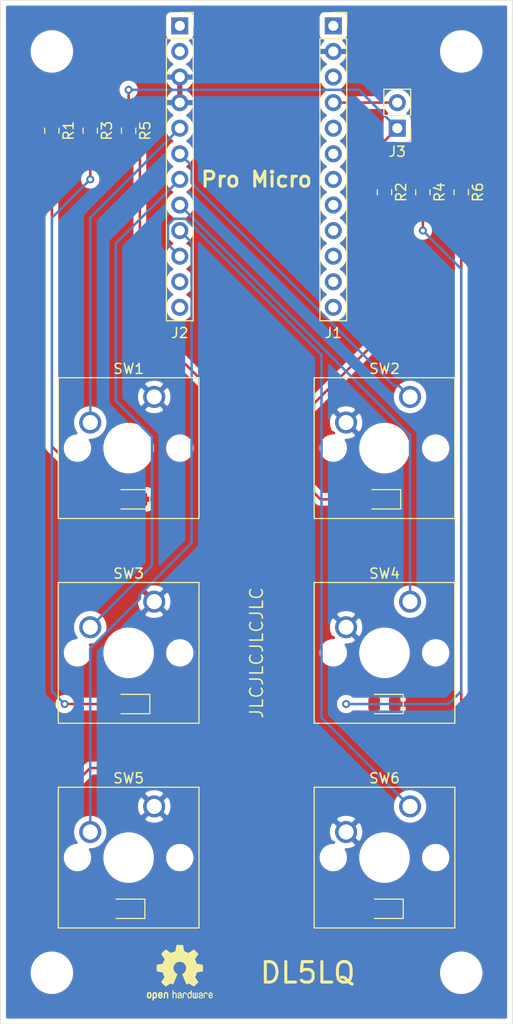
<source format=kicad_pcb>
(kicad_pcb (version 20171130) (host pcbnew 5.1.4)
  (layers (0 F.Cu signal) (31 B.Cu signal) (34 B.Paste user) (35 F.Paste user) (36 B.SilkS user) (37 F.SilkS user) (38 B.Mask user) (39 F.Mask user) (44 Edge.Cuts user))
  (net 0 "")
  (net 1 GND)
  (net 2 /2)
  (net 3 /3)
  (net 4 /4)
  (net 5 /5)
  (net 6 /6)
  (net 7 /7)
  (net 8 /LEDVCC)
  (net 9 "Net-(D1-Pad2)")
  (net 10 "Net-(D2-Pad2)")
  (net 11 "Net-(D3-Pad2)")
  (net 12 "Net-(D4-Pad2)")
  (net 13 "Net-(D5-Pad2)")
  (net 14 "Net-(D6-Pad2)")
  (net 15 VCC)
  (module Button_Switch_Keyboard:SW_Cherry_MX_1.25u_PCB (layer F.Cu) (at 53.34 87.63)
    (fp_text reference SW1 (at -2.54 -2.794) (layer F.SilkS))
    (fp_text value SW_Push)
    (pad "" np_thru_hole circle (at 2.54 5.08) (size 1.7 1.7) (drill 1.7) (layers *.Cu *.Mask))
    (pad "" np_thru_hole circle (at -7.62 5.08) (size 1.7 1.7) (drill 1.7) (layers *.Cu *.Mask))
    (pad "" np_thru_hole circle (at -2.54 5.08) (size 4 4) (drill 4) (layers *.Cu *.Mask))
    (pad 2 thru_hole circle (at -6.35 2.54) (size 2.2 2.2) (drill 1.5) (layers *.Cu *.Mask) (net 2 /2))
    (pad 1 thru_hole circle (at 0 0) (size 2.2 2.2) (drill 1.5) (layers *.Cu *.Mask) (net 1 GND))
  )
  (module Symbol:OSHW-Logo2_7.3x6mm_SilkScreen (layer F.Cu) (at 55.88 144.78)
    (fp_text reference REF** hide)
    (fp_text value OSHW-Logo2_7.3x6mm_SilkScreen hide)
  )
  (module Button_Switch_Keyboard:SW_Cherry_MX_1.25u_PCB (layer F.Cu) (at 78.74 128.27)
    (fp_text reference SW6 (at -2.54 -2.794) (layer F.SilkS))
    (fp_text value SW_Push)
    (pad "" np_thru_hole circle (at 2.54 5.08) (size 1.7 1.7) (drill 1.7) (layers *.Cu *.Mask))
    (pad "" np_thru_hole circle (at -7.62 5.08) (size 1.7 1.7) (drill 1.7) (layers *.Cu *.Mask))
    (pad "" np_thru_hole circle (at -2.54 5.08) (size 4 4) (drill 4) (layers *.Cu *.Mask))
    (pad 2 thru_hole circle (at -6.35 2.54) (size 2.2 2.2) (drill 1.5) (layers *.Cu *.Mask) (net 1 GND))
    (pad 1 thru_hole circle (at 0 0) (size 2.2 2.2) (drill 1.5) (layers *.Cu *.Mask) (net 7 /7))
  )
  (module Button_Switch_Keyboard:SW_Cherry_MX_1.25u_PCB (layer F.Cu) (at 53.34 128.27)
    (fp_text reference SW5 (at -2.54 -2.794) (layer F.SilkS))
    (fp_text value SW_Push)
    (pad "" np_thru_hole circle (at 2.54 5.08) (size 1.7 1.7) (drill 1.7) (layers *.Cu *.Mask))
    (pad "" np_thru_hole circle (at -7.62 5.08) (size 1.7 1.7) (drill 1.7) (layers *.Cu *.Mask))
    (pad "" np_thru_hole circle (at -2.54 5.08) (size 4 4) (drill 4) (layers *.Cu *.Mask))
    (pad 2 thru_hole circle (at -6.35 2.54) (size 2.2 2.2) (drill 1.5) (layers *.Cu *.Mask) (net 6 /6))
    (pad 1 thru_hole circle (at 0 0) (size 2.2 2.2) (drill 1.5) (layers *.Cu *.Mask) (net 1 GND))
  )
  (module Button_Switch_Keyboard:SW_Cherry_MX_1.25u_PCB (layer F.Cu) (at 78.74 107.95)
    (fp_text reference SW4 (at -2.54 -2.794) (layer F.SilkS))
    (fp_text value SW_Push)
    (pad "" np_thru_hole circle (at 2.54 5.08) (size 1.7 1.7) (drill 1.7) (layers *.Cu *.Mask))
    (pad "" np_thru_hole circle (at -7.62 5.08) (size 1.7 1.7) (drill 1.7) (layers *.Cu *.Mask))
    (pad "" np_thru_hole circle (at -2.54 5.08) (size 4 4) (drill 4) (layers *.Cu *.Mask))
    (pad 2 thru_hole circle (at -6.35 2.54) (size 2.2 2.2) (drill 1.5) (layers *.Cu *.Mask) (net 1 GND))
    (pad 1 thru_hole circle (at 0 0) (size 2.2 2.2) (drill 1.5) (layers *.Cu *.Mask) (net 5 /5))
  )
  (module Button_Switch_Keyboard:SW_Cherry_MX_1.25u_PCB (layer F.Cu) (at 53.34 107.95)
    (fp_text reference SW3 (at -2.54 -2.794) (layer F.SilkS))
    (fp_text value SW_Push)
    (pad "" np_thru_hole circle (at 2.54 5.08) (size 1.7 1.7) (drill 1.7) (layers *.Cu *.Mask))
    (pad "" np_thru_hole circle (at -7.62 5.08) (size 1.7 1.7) (drill 1.7) (layers *.Cu *.Mask))
    (pad "" np_thru_hole circle (at -2.54 5.08) (size 4 4) (drill 4) (layers *.Cu *.Mask))
    (pad 2 thru_hole circle (at -6.35 2.54) (size 2.2 2.2) (drill 1.5) (layers *.Cu *.Mask) (net 4 /4))
    (pad 1 thru_hole circle (at 0 0) (size 2.2 2.2) (drill 1.5) (layers *.Cu *.Mask) (net 1 GND))
  )
  (module Button_Switch_Keyboard:SW_Cherry_MX_1.25u_PCB (layer F.Cu) (at 78.74 87.63)
    (fp_text reference SW2 (at -2.54 -2.794) (layer F.SilkS))
    (fp_text value SW_Push)
    (pad "" np_thru_hole circle (at 2.54 5.08) (size 1.7 1.7) (drill 1.7) (layers *.Cu *.Mask))
    (pad "" np_thru_hole circle (at -7.62 5.08) (size 1.7 1.7) (drill 1.7) (layers *.Cu *.Mask))
    (pad "" np_thru_hole circle (at -2.54 5.08) (size 4 4) (drill 4) (layers *.Cu *.Mask))
    (pad 2 thru_hole circle (at -6.35 2.54) (size 2.2 2.2) (drill 1.5) (layers *.Cu *.Mask) (net 1 GND))
    (pad 1 thru_hole circle (at 0 0) (size 2.2 2.2) (drill 1.5) (layers *.Cu *.Mask) (net 3 /3))
  )
  (module Resistor_SMD:R_0805_2012Metric_Pad1.15x1.40mm_HandSolder (layer F.Cu) (at 83.82 67.31 270)
    (fp_text reference R6 (at 0 -1.65 90) (layer F.SilkS))
    (fp_text value 1k)
    (pad 2 smd roundrect (at 1.025 0 270) (size 1.15 1.4) (layers F.Cu F.Paste F.Mask) (roundrect_rratio 0.217391) (net 14 "Net-(D6-Pad2)"))
    (pad 1 smd roundrect (at -1.025 0 270) (size 1.15 1.4) (layers F.Cu F.Paste F.Mask) (roundrect_rratio 0.217391) (net 8 /LEDVCC))
  )
  (module Resistor_SMD:R_0805_2012Metric_Pad1.15x1.40mm_HandSolder (layer F.Cu) (at 50.8 61.205 270)
    (fp_text reference R5 (at 0 -1.65 90) (layer F.SilkS))
    (fp_text value 1k)
    (pad 2 smd roundrect (at 1.025 0 270) (size 1.15 1.4) (layers F.Cu F.Paste F.Mask) (roundrect_rratio 0.217391) (net 13 "Net-(D5-Pad2)"))
    (pad 1 smd roundrect (at -1.025 0 270) (size 1.15 1.4) (layers F.Cu F.Paste F.Mask) (roundrect_rratio 0.217391) (net 8 /LEDVCC))
  )
  (module Resistor_SMD:R_0805_2012Metric_Pad1.15x1.40mm_HandSolder (layer F.Cu) (at 80.01 67.31 270)
    (fp_text reference R4 (at 0 -1.65 90) (layer F.SilkS))
    (fp_text value 1k)
    (pad 2 smd roundrect (at 1.025 0 270) (size 1.15 1.4) (layers F.Cu F.Paste F.Mask) (roundrect_rratio 0.217391) (net 12 "Net-(D4-Pad2)"))
    (pad 1 smd roundrect (at -1.025 0 270) (size 1.15 1.4) (layers F.Cu F.Paste F.Mask) (roundrect_rratio 0.217391) (net 8 /LEDVCC))
  )
  (module Resistor_SMD:R_0805_2012Metric_Pad1.15x1.40mm_HandSolder (layer F.Cu) (at 46.99 61.205 270)
    (fp_text reference R3 (at 0 -1.65 90) (layer F.SilkS))
    (fp_text value 1k)
    (pad 2 smd roundrect (at 1.025 0 270) (size 1.15 1.4) (layers F.Cu F.Paste F.Mask) (roundrect_rratio 0.217391) (net 11 "Net-(D3-Pad2)"))
    (pad 1 smd roundrect (at -1.025 0 270) (size 1.15 1.4) (layers F.Cu F.Paste F.Mask) (roundrect_rratio 0.217391) (net 8 /LEDVCC))
  )
  (module Resistor_SMD:R_0805_2012Metric_Pad1.15x1.40mm_HandSolder (layer F.Cu) (at 76.2 67.31 270)
    (fp_text reference R2 (at 0 -1.65 90) (layer F.SilkS))
    (fp_text value 1k)
    (pad 2 smd roundrect (at 1.025 0 270) (size 1.15 1.4) (layers F.Cu F.Paste F.Mask) (roundrect_rratio 0.217391) (net 10 "Net-(D2-Pad2)"))
    (pad 1 smd roundrect (at -1.025 0 270) (size 1.15 1.4) (layers F.Cu F.Paste F.Mask) (roundrect_rratio 0.217391) (net 8 /LEDVCC))
  )
  (module Resistor_SMD:R_0805_2012Metric_Pad1.15x1.40mm_HandSolder (layer F.Cu) (at 43.18 61.205 270)
    (fp_text reference R1 (at 0 -1.65 90) (layer F.SilkS))
    (fp_text value 1k)
    (pad 2 smd roundrect (at 1.025 0 270) (size 1.15 1.4) (layers F.Cu F.Paste F.Mask) (roundrect_rratio 0.217391) (net 9 "Net-(D1-Pad2)"))
    (pad 1 smd roundrect (at -1.025 0 270) (size 1.15 1.4) (layers F.Cu F.Paste F.Mask) (roundrect_rratio 0.217391) (net 8 /LEDVCC))
  )
  (module Connector_PinHeader_2.54mm:PinHeader_1x02_P2.54mm_Vertical (layer F.Cu) (at 77.47 60.96 180)
    (fp_text reference J3 (at 0 -2.33) (layer F.SilkS))
    (fp_text value Conn_01x02_Male)
    (pad 2 thru_hole oval (at 0 2.54 180) (size 1.7 1.7) (drill 1) (layers *.Cu *.Mask) (net 15 VCC))
    (pad 1 thru_hole rect (at 0 0 180) (size 1.7 1.7) (drill 1) (layers *.Cu *.Mask) (net 8 /LEDVCC))
  )
  (module LED_SMD:LED_0805_2012Metric_Pad1.15x1.40mm_HandSolder (layer F.Cu) (at 76.2 138.43 180)
    (fp_text reference D6 hide)
    (fp_text value LED)
    (pad 2 smd roundrect (at 1.025 0 180) (size 1.15 1.4) (layers F.Cu F.Paste F.Mask) (roundrect_rratio 0.217391) (net 14 "Net-(D6-Pad2)"))
    (pad 1 smd roundrect (at -1.025 0 180) (size 1.15 1.4) (layers F.Cu F.Paste F.Mask) (roundrect_rratio 0.217391) (net 1 GND))
  )
  (module LED_SMD:LED_0805_2012Metric_Pad1.15x1.40mm_HandSolder (layer F.Cu) (at 50.555 138.43 180)
    (fp_text reference D5 hide)
    (fp_text value LED)
    (pad 2 smd roundrect (at 1.025 0 180) (size 1.15 1.4) (layers F.Cu F.Paste F.Mask) (roundrect_rratio 0.217391) (net 13 "Net-(D5-Pad2)"))
    (pad 1 smd roundrect (at -1.025 0 180) (size 1.15 1.4) (layers F.Cu F.Paste F.Mask) (roundrect_rratio 0.217391) (net 1 GND))
  )
  (module LED_SMD:LED_0805_2012Metric_Pad1.15x1.40mm_HandSolder (layer F.Cu) (at 76.2 118.11 180)
    (fp_text reference D4 hide)
    (fp_text value LED)
    (pad 2 smd roundrect (at 1.025 0 180) (size 1.15 1.4) (layers F.Cu F.Paste F.Mask) (roundrect_rratio 0.217391) (net 12 "Net-(D4-Pad2)"))
    (pad 1 smd roundrect (at -1.025 0 180) (size 1.15 1.4) (layers F.Cu F.Paste F.Mask) (roundrect_rratio 0.217391) (net 1 GND))
  )
  (module LED_SMD:LED_0805_2012Metric_Pad1.15x1.40mm_HandSolder (layer F.Cu) (at 51.045 118.11 180)
    (fp_text reference D3 hide)
    (fp_text value LED)
    (pad 2 smd roundrect (at 1.025 0 180) (size 1.15 1.4) (layers F.Cu F.Paste F.Mask) (roundrect_rratio 0.217391) (net 11 "Net-(D3-Pad2)"))
    (pad 1 smd roundrect (at -1.025 0 180) (size 1.15 1.4) (layers F.Cu F.Paste F.Mask) (roundrect_rratio 0.217391) (net 1 GND))
  )
  (module LED_SMD:LED_0805_2012Metric_Pad1.15x1.40mm_HandSolder (layer F.Cu) (at 75.955 97.79 180)
    (fp_text reference D2 hide)
    (fp_text value LED)
    (pad 2 smd roundrect (at 1.025 0 180) (size 1.15 1.4) (layers F.Cu F.Paste F.Mask) (roundrect_rratio 0.217391) (net 10 "Net-(D2-Pad2)"))
    (pad 1 smd roundrect (at -1.025 0 180) (size 1.15 1.4) (layers F.Cu F.Paste F.Mask) (roundrect_rratio 0.217391) (net 1 GND))
  )
  (module LED_SMD:LED_0805_2012Metric_Pad1.15x1.40mm_HandSolder (layer F.Cu) (at 51.045 97.79 180)
    (fp_text reference D1 hide)
    (fp_text value LED)
    (pad 2 smd roundrect (at 1.025 0 180) (size 1.15 1.4) (layers F.Cu F.Paste F.Mask) (roundrect_rratio 0.217391) (net 9 "Net-(D1-Pad2)"))
    (pad 1 smd roundrect (at -1.025 0 180) (size 1.15 1.4) (layers F.Cu F.Paste F.Mask) (roundrect_rratio 0.217391) (net 1 GND))
  )
  (module Connector_PinSocket_2.54mm:PinSocket_1x12_P2.54mm_Vertical (layer F.Cu) (at 55.88 50.8)
    (fp_text reference J2 (at 0 30.48) (layer F.SilkS))
    (fp_text value Conn_01x12_Female)
    (pad 12 thru_hole oval (at 0 27.94) (size 1.7 1.7) (drill 1) (layers *.Cu *.Mask))
    (pad 11 thru_hole oval (at 0 25.4) (size 1.7 1.7) (drill 1) (layers *.Cu *.Mask))
    (pad 10 thru_hole oval (at 0 22.86) (size 1.7 1.7) (drill 1) (layers *.Cu *.Mask) (net 7 /7))
    (pad 9 thru_hole oval (at 0 20.32) (size 1.7 1.7) (drill 1) (layers *.Cu *.Mask) (net 6 /6))
    (pad 8 thru_hole oval (at 0 17.78) (size 1.7 1.7) (drill 1) (layers *.Cu *.Mask) (net 5 /5))
    (pad 7 thru_hole oval (at 0 15.24) (size 1.7 1.7) (drill 1) (layers *.Cu *.Mask) (net 4 /4))
    (pad 6 thru_hole oval (at 0 12.7) (size 1.7 1.7) (drill 1) (layers *.Cu *.Mask) (net 3 /3))
    (pad 5 thru_hole oval (at 0 10.16) (size 1.7 1.7) (drill 1) (layers *.Cu *.Mask) (net 2 /2))
    (pad 4 thru_hole oval (at 0 7.62) (size 1.7 1.7) (drill 1) (layers *.Cu *.Mask) (net 1 GND))
    (pad 3 thru_hole oval (at 0 5.08) (size 1.7 1.7) (drill 1) (layers *.Cu *.Mask) (net 1 GND))
    (pad 2 thru_hole oval (at 0 2.54) (size 1.7 1.7) (drill 1) (layers *.Cu *.Mask))
    (pad 1 thru_hole rect (at 0 0) (size 1.7 1.7) (drill 1) (layers *.Cu *.Mask))
  )
  (module Connector_PinSocket_2.54mm:PinSocket_1x12_P2.54mm_Vertical (layer F.Cu) (at 71.12 50.8)
    (fp_text reference J1 (at 0 30.48) (layer F.SilkS))
    (fp_text value Conn_01x12_Female)
    (pad 12 thru_hole oval (at 0 27.94) (size 1.7 1.7) (drill 1) (layers *.Cu *.Mask))
    (pad 11 thru_hole oval (at 0 25.4) (size 1.7 1.7) (drill 1) (layers *.Cu *.Mask))
    (pad 10 thru_hole oval (at 0 22.86) (size 1.7 1.7) (drill 1) (layers *.Cu *.Mask))
    (pad 9 thru_hole oval (at 0 20.32) (size 1.7 1.7) (drill 1) (layers *.Cu *.Mask))
    (pad 8 thru_hole oval (at 0 17.78) (size 1.7 1.7) (drill 1) (layers *.Cu *.Mask))
    (pad 7 thru_hole oval (at 0 15.24) (size 1.7 1.7) (drill 1) (layers *.Cu *.Mask))
    (pad 6 thru_hole oval (at 0 12.7) (size 1.7 1.7) (drill 1) (layers *.Cu *.Mask))
    (pad 5 thru_hole oval (at 0 10.16) (size 1.7 1.7) (drill 1) (layers *.Cu *.Mask))
    (pad 4 thru_hole oval (at 0 7.62) (size 1.7 1.7) (drill 1) (layers *.Cu *.Mask) (net 15 VCC))
    (pad 3 thru_hole oval (at 0 5.08) (size 1.7 1.7) (drill 1) (layers *.Cu *.Mask))
    (pad 2 thru_hole oval (at 0 2.54) (size 1.7 1.7) (drill 1) (layers *.Cu *.Mask) (net 1 GND))
    (pad 1 thru_hole rect (at 0 0) (size 1.7 1.7) (drill 1) (layers *.Cu *.Mask))
  )
  (module MountingHole:MountingHole_3.2mm_M3 (layer F.Cu) (at 43.18 53.34)
    (fp_text reference H1 hide)
    (fp_text value MountingHole)
    (pad 1 np_thru_hole circle (at 0 0) (size 3.2 3.2) (drill 3.2) (layers *.Cu *.Mask))
  )
  (module MountingHole:MountingHole_3.2mm_M3 (layer F.Cu) (at 43.18 144.78)
    (fp_text reference H2 hide)
    (fp_text value MountingHole)
    (pad 1 np_thru_hole circle (at 0 0) (size 3.2 3.2) (drill 3.2) (layers *.Cu *.Mask))
  )
  (module MountingHole:MountingHole_3.2mm_M3 (layer F.Cu) (at 83.82 53.34)
    (fp_text reference H3 hide)
    (fp_text value MountingHole)
    (pad 1 np_thru_hole circle (at 0 0) (size 3.2 3.2) (drill 3.2) (layers *.Cu *.Mask))
  )
  (module MountingHole:MountingHole_3.2mm_M3 (layer F.Cu) (at 83.82 144.78)
    (fp_text reference H4 hide)
    (fp_text value MountingHole)
    (pad 1 np_thru_hole circle (at 0 0) (size 3.2 3.2) (drill 3.2) (layers *.Cu *.Mask))
  )
  (gr_line (start 38.1 149.86) (end 38.1 48.26) (layer Edge.Cuts) (width 0.05))
  (gr_line (start 88.9 149.86) (end 38.1 149.86) (layer Edge.Cuts) (width 0.05))
  (gr_line (start 88.9 48.26) (end 88.9 149.86) (layer Edge.Cuts) (width 0.05))
  (gr_line (start 38.1 48.26) (end 88.9 48.26) (layer Edge.Cuts) (width 0.05))
  (gr_text JLCJLCJLCJLC (at 63.5 113.03 90) (layer F.SilkS) (effects (font (size 1.27 1.27))))
  (gr_text "Pro Micro" (at 63.5 66.04) (layer F.SilkS) (effects (font (size 1.5 1.5) (thickness 0.3))))
  (gr_text DL5LQ (at 68.58 144.78) (layer F.SilkS) (effects (font (size 2.032 2.032) (thickness 0.3048))))
  (segment (start 46.99 69.85) (end 46.99 90.17) (width 0.25) (layer B.Cu) (net 2))
  (segment (start 55.88 60.96) (end 46.99 69.85) (width 0.25) (layer B.Cu) (net 2))
  (segment (start 57.055001 66.414003) (end 77.170999 86.530001) (width 0.25) (layer B.Cu) (net 3))
  (segment (start 77.640001 86.530001) (end 78.74 87.63) (width 0.25) (layer B.Cu) (net 3))
  (segment (start 57.055001 64.675001) (end 57.055001 66.414003) (width 0.25) (layer B.Cu) (net 3))
  (segment (start 77.170999 86.530001) (end 77.640001 86.530001) (width 0.25) (layer B.Cu) (net 3))
  (segment (start 55.88 63.5) (end 57.055001 64.675001) (width 0.25) (layer B.Cu) (net 3))
  (segment (start 48.089999 109.390001) (end 46.99 110.49) (width 0.25) (layer B.Cu) (net 4))
  (segment (start 53.125001 104.354999) (end 48.089999 109.390001) (width 0.25) (layer B.Cu) (net 4))
  (segment (start 53.125001 91.593999) (end 53.125001 104.354999) (width 0.25) (layer B.Cu) (net 4))
  (segment (start 49.53 87.998998) (end 53.125001 91.593999) (width 0.25) (layer B.Cu) (net 4))
  (segment (start 49.53 72.39) (end 49.53 87.998998) (width 0.25) (layer B.Cu) (net 4))
  (segment (start 55.88 66.04) (end 49.53 72.39) (width 0.25) (layer B.Cu) (net 4))
  (segment (start 78.74 91.44) (end 78.74 107.95) (width 0.25) (layer B.Cu) (net 5))
  (segment (start 55.88 68.58) (end 78.74 91.44) (width 0.25) (layer B.Cu) (net 5))
  (segment (start 56.729999 71.969999) (end 55.88 71.12) (width 0.25) (layer B.Cu) (net 6))
  (segment (start 57.055001 102.125997) (end 57.055001 72.295001) (width 0.25) (layer B.Cu) (net 6))
  (segment (start 51.914999 107.265999) (end 57.055001 102.125997) (width 0.25) (layer B.Cu) (net 6))
  (segment (start 57.055001 72.295001) (end 56.729999 71.969999) (width 0.25) (layer B.Cu) (net 6))
  (segment (start 51.914999 107.674003) (end 51.914999 107.265999) (width 0.25) (layer B.Cu) (net 6))
  (segment (start 46.99 112.599002) (end 51.914999 107.674003) (width 0.25) (layer B.Cu) (net 6))
  (segment (start 46.99 130.81) (end 46.99 112.599002) (width 0.25) (layer B.Cu) (net 6))
  (segment (start 77.640001 127.170001) (end 78.74 128.27) (width 0.25) (layer B.Cu) (net 7))
  (segment (start 69.944999 119.474999) (end 77.640001 127.170001) (width 0.25) (layer B.Cu) (net 7))
  (segment (start 69.944999 83.445997) (end 69.944999 119.474999) (width 0.25) (layer B.Cu) (net 7))
  (segment (start 56.444001 69.944999) (end 69.944999 83.445997) (width 0.25) (layer B.Cu) (net 7))
  (segment (start 55.315999 69.944999) (end 56.444001 69.944999) (width 0.25) (layer B.Cu) (net 7))
  (segment (start 54.704999 72.484999) (end 54.704999 70.555999) (width 0.25) (layer B.Cu) (net 7))
  (segment (start 54.704999 70.555999) (end 55.315999 69.944999) (width 0.25) (layer B.Cu) (net 7))
  (segment (start 55.88 73.66) (end 54.704999 72.484999) (width 0.25) (layer B.Cu) (net 7))
  (segment (start 77.47 60.96) (end 76.2 62.23) (width 0.25) (layer F.Cu) (net 8))
  (segment (start 76.2 62.23) (end 76.2 66.285) (width 0.25) (layer F.Cu) (net 8))
  (segment (start 76.2 66.285) (end 80.01 66.285) (width 0.25) (layer F.Cu) (net 8))
  (segment (start 80.01 66.285) (end 83.82 66.285) (width 0.25) (layer F.Cu) (net 8))
  (segment (start 43.18 60.18) (end 46.99 60.18) (width 0.25) (layer F.Cu) (net 8))
  (segment (start 46.99 60.18) (end 50.8 60.18) (width 0.25) (layer F.Cu) (net 8))
  (segment (start 50.8 60.18) (end 50.8 57.15) (width 0.25) (layer F.Cu) (net 8))
  (segment (start 50.8 57.15) (end 50.8 57.15) (width 0.25) (layer F.Cu) (net 8))
  (via (at 50.8 57.15) (size 0.8) (drill 0.4) (layers F.Cu B.Cu) (net 8))
  (segment (start 73.66 57.15) (end 77.47 60.96) (width 0.25) (layer B.Cu) (net 8))
  (segment (start 50.8 57.15) (end 73.66 57.15) (width 0.25) (layer B.Cu) (net 8))
  (segment (start 49.345 97.79) (end 50.02 97.79) (width 0.25) (layer F.Cu) (net 9))
  (segment (start 48.424588 97.79) (end 49.345 97.79) (width 0.25) (layer F.Cu) (net 9))
  (segment (start 43.18 92.545412) (end 48.424588 97.79) (width 0.25) (layer F.Cu) (net 9))
  (segment (start 43.18 62.23) (end 43.18 92.545412) (width 0.25) (layer F.Cu) (net 9))
  (segment (start 74.93 97.79) (end 69.85 97.79) (width 0.25) (layer F.Cu) (net 10))
  (segment (start 69.85 97.79) (end 67.31 95.25) (width 0.25) (layer F.Cu) (net 10))
  (segment (start 67.31 95.25) (end 67.31 90.17) (width 0.25) (layer F.Cu) (net 10))
  (segment (start 67.31 90.17) (end 76.2 81.28) (width 0.25) (layer F.Cu) (net 10))
  (segment (start 76.2 81.28) (end 76.2 68.335) (width 0.25) (layer F.Cu) (net 10))
  (segment (start 50.02 118.11) (end 44.45 118.11) (width 0.25) (layer F.Cu) (net 11))
  (segment (start 44.45 118.11) (end 44.45 118.11) (width 0.25) (layer F.Cu) (net 11))
  (segment (start 44.45 118.11) (end 45.72 118.11) (width 0.25) (layer F.Cu) (net 11))
  (via (at 44.45 118.11) (size 0.8) (drill 0.4) (layers F.Cu B.Cu) (net 11))
  (segment (start 46.99 66.04) (end 46.99 66.04) (width 0.25) (layer B.Cu) (net 11))
  (via (at 46.99 66.04) (size 0.8) (drill 0.4) (layers F.Cu B.Cu) (net 11))
  (segment (start 46.99 66.04) (end 46.99 62.23) (width 0.25) (layer F.Cu) (net 11))
  (segment (start 43.18 116.84) (end 44.45 118.11) (width 0.25) (layer B.Cu) (net 11))
  (segment (start 43.18 69.85) (end 43.18 116.84) (width 0.25) (layer B.Cu) (net 11))
  (segment (start 46.99 66.04) (end 43.18 69.85) (width 0.25) (layer B.Cu) (net 11))
  (segment (start 75.175 118.11) (end 72.39 118.11) (width 0.25) (layer F.Cu) (net 12))
  (segment (start 72.39 118.11) (end 72.39 118.11) (width 0.25) (layer F.Cu) (net 12))
  (via (at 72.39 118.11) (size 0.8) (drill 0.4) (layers F.Cu B.Cu) (net 12))
  (segment (start 72.39 118.11) (end 77.939002 118.11) (width 0.25) (layer B.Cu) (net 12))
  (segment (start 77.939002 118.11) (end 82.55 118.11) (width 0.25) (layer B.Cu) (net 12))
  (segment (start 82.55 118.11) (end 83.82 116.84) (width 0.25) (layer B.Cu) (net 12))
  (segment (start 83.82 116.84) (end 83.82 74.93) (width 0.25) (layer B.Cu) (net 12))
  (segment (start 83.82 74.93) (end 80.01 71.12) (width 0.25) (layer B.Cu) (net 12))
  (segment (start 80.01 71.12) (end 80.01 71.12) (width 0.25) (layer B.Cu) (net 12))
  (via (at 80.01 71.12) (size 0.8) (drill 0.4) (layers F.Cu B.Cu) (net 12))
  (segment (start 80.01 71.12) (end 80.01 68.335) (width 0.25) (layer F.Cu) (net 12))
  (segment (start 51.914999 63.344999) (end 51.914999 79.854999) (width 0.25) (layer F.Cu) (net 13))
  (segment (start 50.8 62.23) (end 51.914999 63.344999) (width 0.25) (layer F.Cu) (net 13))
  (segment (start 58.42 121.92) (end 55.88 124.46) (width 0.25) (layer F.Cu) (net 13))
  (segment (start 46.99 124.46) (end 43.18 128.27) (width 0.25) (layer F.Cu) (net 13))
  (segment (start 55.88 124.46) (end 46.99 124.46) (width 0.25) (layer F.Cu) (net 13))
  (segment (start 43.18 128.27) (end 43.18 135.89) (width 0.25) (layer F.Cu) (net 13))
  (segment (start 43.18 135.89) (end 45.72 138.43) (width 0.25) (layer F.Cu) (net 13))
  (segment (start 45.72 138.43) (end 49.53 138.43) (width 0.25) (layer F.Cu) (net 13))
  (segment (start 58.42 86.36) (end 58.42 121.92) (width 0.25) (layer F.Cu) (net 13))
  (segment (start 51.914999 79.854999) (end 58.42 86.36) (width 0.25) (layer F.Cu) (net 13))
  (segment (start 75.175 138.43) (end 76.445 137.16) (width 0.25) (layer F.Cu) (net 14))
  (segment (start 83.82 132.08) (end 83.82 68.335) (width 0.25) (layer F.Cu) (net 14))
  (segment (start 83.82 134.62) (end 83.82 132.08) (width 0.25) (layer F.Cu) (net 14))
  (segment (start 81.28 137.16) (end 83.82 134.62) (width 0.25) (layer F.Cu) (net 14))
  (segment (start 76.445 137.16) (end 81.28 137.16) (width 0.25) (layer F.Cu) (net 14))
  (segment (start 71.12 58.42) (end 77.47 58.42) (width 0.25) (layer F.Cu) (net 15))
  (zone (net 1) (net_name GND) (layer F.Cu) (connect_pads (clearance 0.508)) (min_thickness 0.254) (fill yes (arc_segments 32) (thermal_gap 0.508) (thermal_bridge_width 0.508))
    (polygon (pts (xy 38.1 48.26) (xy 88.9 48.26) (xy 88.9 149.86) (xy 38.1 149.86)))
  )
  (zone (net 1) (net_name GND) (layer B.Cu) (connect_pads (clearance 0.508)) (min_thickness 0.254) (fill yes (arc_segments 32) (thermal_gap 0.508) (thermal_bridge_width 0.508))
    (polygon (pts (xy 38.1 48.26) (xy 88.9 48.26) (xy 88.9 149.86) (xy 38.1 149.86)))
  )
)
</source>
